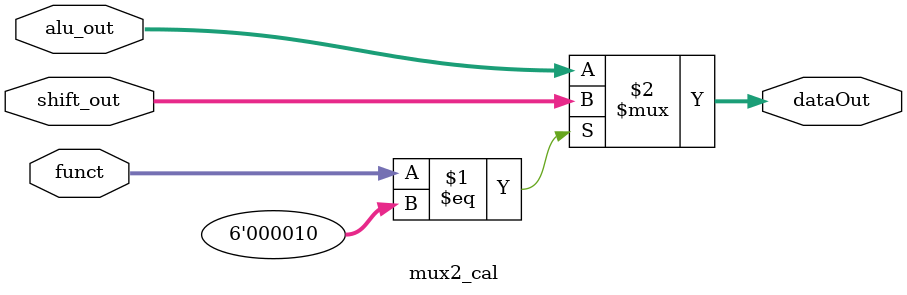
<source format=v>
module mux2_cal( funct, alu_out, shift_out, dataOut ) ;
	input	[5:0]  funct ;
	input	[31:0] alu_out, shift_out ;
	output	[31:0] dataOut ;
	assign dataOut = ( funct == 6'd2 ) ? shift_out : alu_out ;
endmodule

</source>
